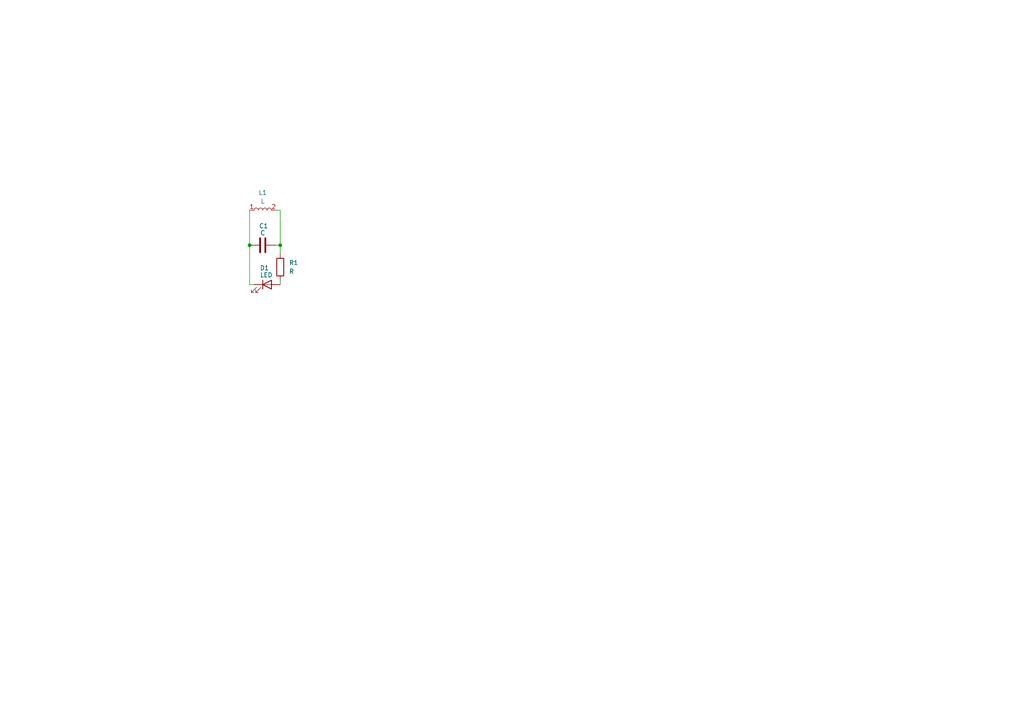
<source format=kicad_sch>
(kicad_sch
	(version 20250114)
	(generator "eeschema")
	(generator_version "9.0")
	(uuid "bcec56eb-8771-4eb1-814f-551b472537c2")
	(paper "A4")
	(title_block
		(title "PCB_Contact_Card")
		(company "TORICA-26th")
	)
	(lib_symbols
		(symbol "Device:C"
			(pin_numbers
				(hide yes)
			)
			(pin_names
				(offset 0.254)
			)
			(exclude_from_sim no)
			(in_bom yes)
			(on_board yes)
			(property "Reference" "C"
				(at 0.635 2.54 0)
				(effects
					(font
						(size 1.27 1.27)
					)
					(justify left)
				)
			)
			(property "Value" "C"
				(at 0.635 -2.54 0)
				(effects
					(font
						(size 1.27 1.27)
					)
					(justify left)
				)
			)
			(property "Footprint" ""
				(at 0.9652 -3.81 0)
				(effects
					(font
						(size 1.27 1.27)
					)
					(hide yes)
				)
			)
			(property "Datasheet" "~"
				(at 0 0 0)
				(effects
					(font
						(size 1.27 1.27)
					)
					(hide yes)
				)
			)
			(property "Description" "Unpolarized capacitor"
				(at 0 0 0)
				(effects
					(font
						(size 1.27 1.27)
					)
					(hide yes)
				)
			)
			(property "ki_keywords" "cap capacitor"
				(at 0 0 0)
				(effects
					(font
						(size 1.27 1.27)
					)
					(hide yes)
				)
			)
			(property "ki_fp_filters" "C_*"
				(at 0 0 0)
				(effects
					(font
						(size 1.27 1.27)
					)
					(hide yes)
				)
			)
			(symbol "C_0_1"
				(polyline
					(pts
						(xy -2.032 0.762) (xy 2.032 0.762)
					)
					(stroke
						(width 0.508)
						(type default)
					)
					(fill
						(type none)
					)
				)
				(polyline
					(pts
						(xy -2.032 -0.762) (xy 2.032 -0.762)
					)
					(stroke
						(width 0.508)
						(type default)
					)
					(fill
						(type none)
					)
				)
			)
			(symbol "C_1_1"
				(pin passive line
					(at 0 3.81 270)
					(length 2.794)
					(name "~"
						(effects
							(font
								(size 1.27 1.27)
							)
						)
					)
					(number "1"
						(effects
							(font
								(size 1.27 1.27)
							)
						)
					)
				)
				(pin passive line
					(at 0 -3.81 90)
					(length 2.794)
					(name "~"
						(effects
							(font
								(size 1.27 1.27)
							)
						)
					)
					(number "2"
						(effects
							(font
								(size 1.27 1.27)
							)
						)
					)
				)
			)
			(embedded_fonts no)
		)
		(symbol "Device:LED"
			(pin_numbers
				(hide yes)
			)
			(pin_names
				(offset 1.016)
				(hide yes)
			)
			(exclude_from_sim no)
			(in_bom yes)
			(on_board yes)
			(property "Reference" "D"
				(at 0 2.54 0)
				(effects
					(font
						(size 1.27 1.27)
					)
				)
			)
			(property "Value" "LED"
				(at 0 -2.54 0)
				(effects
					(font
						(size 1.27 1.27)
					)
				)
			)
			(property "Footprint" ""
				(at 0 0 0)
				(effects
					(font
						(size 1.27 1.27)
					)
					(hide yes)
				)
			)
			(property "Datasheet" "~"
				(at 0 0 0)
				(effects
					(font
						(size 1.27 1.27)
					)
					(hide yes)
				)
			)
			(property "Description" "Light emitting diode"
				(at 0 0 0)
				(effects
					(font
						(size 1.27 1.27)
					)
					(hide yes)
				)
			)
			(property "Sim.Pins" "1=K 2=A"
				(at 0 0 0)
				(effects
					(font
						(size 1.27 1.27)
					)
					(hide yes)
				)
			)
			(property "ki_keywords" "LED diode"
				(at 0 0 0)
				(effects
					(font
						(size 1.27 1.27)
					)
					(hide yes)
				)
			)
			(property "ki_fp_filters" "LED* LED_SMD:* LED_THT:*"
				(at 0 0 0)
				(effects
					(font
						(size 1.27 1.27)
					)
					(hide yes)
				)
			)
			(symbol "LED_0_1"
				(polyline
					(pts
						(xy -3.048 -0.762) (xy -4.572 -2.286) (xy -3.81 -2.286) (xy -4.572 -2.286) (xy -4.572 -1.524)
					)
					(stroke
						(width 0)
						(type default)
					)
					(fill
						(type none)
					)
				)
				(polyline
					(pts
						(xy -1.778 -0.762) (xy -3.302 -2.286) (xy -2.54 -2.286) (xy -3.302 -2.286) (xy -3.302 -1.524)
					)
					(stroke
						(width 0)
						(type default)
					)
					(fill
						(type none)
					)
				)
				(polyline
					(pts
						(xy -1.27 0) (xy 1.27 0)
					)
					(stroke
						(width 0)
						(type default)
					)
					(fill
						(type none)
					)
				)
				(polyline
					(pts
						(xy -1.27 -1.27) (xy -1.27 1.27)
					)
					(stroke
						(width 0.254)
						(type default)
					)
					(fill
						(type none)
					)
				)
				(polyline
					(pts
						(xy 1.27 -1.27) (xy 1.27 1.27) (xy -1.27 0) (xy 1.27 -1.27)
					)
					(stroke
						(width 0.254)
						(type default)
					)
					(fill
						(type none)
					)
				)
			)
			(symbol "LED_1_1"
				(pin passive line
					(at -3.81 0 0)
					(length 2.54)
					(name "K"
						(effects
							(font
								(size 1.27 1.27)
							)
						)
					)
					(number "1"
						(effects
							(font
								(size 1.27 1.27)
							)
						)
					)
				)
				(pin passive line
					(at 3.81 0 180)
					(length 2.54)
					(name "A"
						(effects
							(font
								(size 1.27 1.27)
							)
						)
					)
					(number "2"
						(effects
							(font
								(size 1.27 1.27)
							)
						)
					)
				)
			)
			(embedded_fonts no)
		)
		(symbol "Device:R"
			(pin_numbers
				(hide yes)
			)
			(pin_names
				(offset 0)
			)
			(exclude_from_sim no)
			(in_bom yes)
			(on_board yes)
			(property "Reference" "R"
				(at 2.032 0 90)
				(effects
					(font
						(size 1.27 1.27)
					)
				)
			)
			(property "Value" "R"
				(at 0 0 90)
				(effects
					(font
						(size 1.27 1.27)
					)
				)
			)
			(property "Footprint" ""
				(at -1.778 0 90)
				(effects
					(font
						(size 1.27 1.27)
					)
					(hide yes)
				)
			)
			(property "Datasheet" "~"
				(at 0 0 0)
				(effects
					(font
						(size 1.27 1.27)
					)
					(hide yes)
				)
			)
			(property "Description" "Resistor"
				(at 0 0 0)
				(effects
					(font
						(size 1.27 1.27)
					)
					(hide yes)
				)
			)
			(property "ki_keywords" "R res resistor"
				(at 0 0 0)
				(effects
					(font
						(size 1.27 1.27)
					)
					(hide yes)
				)
			)
			(property "ki_fp_filters" "R_*"
				(at 0 0 0)
				(effects
					(font
						(size 1.27 1.27)
					)
					(hide yes)
				)
			)
			(symbol "R_0_1"
				(rectangle
					(start -1.016 -2.54)
					(end 1.016 2.54)
					(stroke
						(width 0.254)
						(type default)
					)
					(fill
						(type none)
					)
				)
			)
			(symbol "R_1_1"
				(pin passive line
					(at 0 3.81 270)
					(length 1.27)
					(name "~"
						(effects
							(font
								(size 1.27 1.27)
							)
						)
					)
					(number "1"
						(effects
							(font
								(size 1.27 1.27)
							)
						)
					)
				)
				(pin passive line
					(at 0 -3.81 90)
					(length 1.27)
					(name "~"
						(effects
							(font
								(size 1.27 1.27)
							)
						)
					)
					(number "2"
						(effects
							(font
								(size 1.27 1.27)
							)
						)
					)
				)
			)
			(embedded_fonts no)
		)
		(symbol "NFC_COIL_36.7x36.7_3uH:L"
			(pin_names
				(offset 1.016)
				(hide yes)
			)
			(exclude_from_sim no)
			(in_bom yes)
			(on_board yes)
			(property "Reference" "L"
				(at 4.064 2.032 0)
				(effects
					(font
						(size 1.27 1.27)
					)
				)
			)
			(property "Value" "L"
				(at -3.556 2.032 0)
				(effects
					(font
						(size 1.27 1.27)
					)
				)
			)
			(property "Footprint" "lib:NFC_COIL_36.7x36.7_3uH"
				(at 1.524 -7.874 0)
				(effects
					(font
						(size 1.27 1.27)
					)
					(hide yes)
				)
			)
			(property "Datasheet" "~"
				(at 0 0 90)
				(effects
					(font
						(size 1.27 1.27)
					)
					(hide yes)
				)
			)
			(property "Description" "NFC_COIL_36.7x36.7_3uH"
				(at 0.254 -3.302 0)
				(do_not_autoplace)
				(effects
					(font
						(size 1.27 1.27)
					)
					(hide yes)
				)
			)
			(property "ki_keywords" "inductor choke coil reactor magnetic"
				(at 0 0 0)
				(effects
					(font
						(size 1.27 1.27)
					)
					(hide yes)
				)
			)
			(property "ki_fp_filters" "Choke_* *Coil* Inductor_* L_*"
				(at 0 0 0)
				(effects
					(font
						(size 1.27 1.27)
					)
					(hide yes)
				)
			)
			(symbol "L_0_1"
				(arc
					(start -1.27 0)
					(mid -1.905 -0.6323)
					(end -2.54 0)
					(stroke
						(width 0)
						(type default)
					)
					(fill
						(type none)
					)
				)
				(arc
					(start 0 0)
					(mid -0.635 -0.6323)
					(end -1.27 0)
					(stroke
						(width 0)
						(type default)
					)
					(fill
						(type none)
					)
				)
				(arc
					(start 1.27 0)
					(mid 0.635 -0.6323)
					(end 0 0)
					(stroke
						(width 0)
						(type default)
					)
					(fill
						(type none)
					)
				)
				(arc
					(start 2.54 0)
					(mid 1.905 -0.6323)
					(end 1.27 0)
					(stroke
						(width 0)
						(type default)
					)
					(fill
						(type none)
					)
				)
			)
			(symbol "L_1_1"
				(pin passive line
					(at -3.81 0 0)
					(length 1.27)
					(name "2"
						(effects
							(font
								(size 1.27 1.27)
							)
						)
					)
					(number "2"
						(effects
							(font
								(size 1.27 1.27)
							)
						)
					)
				)
				(pin passive line
					(at 3.81 0 180)
					(length 1.27)
					(name "1"
						(effects
							(font
								(size 1.27 1.27)
							)
						)
					)
					(number "1"
						(effects
							(font
								(size 1.27 1.27)
							)
						)
					)
				)
			)
			(embedded_fonts no)
		)
	)
	(junction
		(at 81.28 71.12)
		(diameter 0)
		(color 0 0 0 0)
		(uuid "40aea3b2-3dc8-427d-9de3-12d1d3d6a7cb")
	)
	(junction
		(at 72.39 71.12)
		(diameter 0)
		(color 0 0 0 0)
		(uuid "71287bda-a685-434f-9272-a56c0f07032a")
	)
	(wire
		(pts
			(xy 80.01 71.12) (xy 81.28 71.12)
		)
		(stroke
			(width 0)
			(type default)
		)
		(uuid "12b73f04-9148-4732-954e-fe1e5a7eed0e")
	)
	(wire
		(pts
			(xy 72.39 82.55) (xy 72.39 71.12)
		)
		(stroke
			(width 0)
			(type default)
		)
		(uuid "3e495ec5-c979-4f15-8754-497620bfcbcc")
	)
	(wire
		(pts
			(xy 72.39 82.55) (xy 73.66 82.55)
		)
		(stroke
			(width 0)
			(type default)
		)
		(uuid "7a21638c-10d2-416b-8aac-cfd5efa5663d")
	)
	(wire
		(pts
			(xy 81.28 81.28) (xy 81.28 82.55)
		)
		(stroke
			(width 0)
			(type default)
		)
		(uuid "996759a2-9af0-4485-8302-558d9383f74e")
	)
	(wire
		(pts
			(xy 80.01 60.96) (xy 81.28 60.96)
		)
		(stroke
			(width 0)
			(type default)
		)
		(uuid "a358ff6c-6fcf-4842-a3de-a7c5ba2d8dbc")
	)
	(wire
		(pts
			(xy 81.28 71.12) (xy 81.28 73.66)
		)
		(stroke
			(width 0)
			(type default)
		)
		(uuid "ad9dd32a-345f-4e2d-b767-143eb5977b90")
	)
	(wire
		(pts
			(xy 72.39 60.96) (xy 72.39 71.12)
		)
		(stroke
			(width 0)
			(type default)
		)
		(uuid "bee27be2-c128-46eb-aa96-d43b7b15349f")
	)
	(wire
		(pts
			(xy 81.28 60.96) (xy 81.28 71.12)
		)
		(stroke
			(width 0)
			(type default)
		)
		(uuid "d835611d-5123-4b60-a908-9d731581eb01")
	)
	(symbol
		(lib_id "Device:R")
		(at 81.28 77.47 0)
		(unit 1)
		(exclude_from_sim no)
		(in_bom yes)
		(on_board yes)
		(dnp no)
		(fields_autoplaced yes)
		(uuid "186f364a-2e0d-424f-8c2f-63f391085b37")
		(property "Reference" "R1"
			(at 83.82 76.1999 0)
			(effects
				(font
					(size 1.27 1.27)
				)
				(justify left)
			)
		)
		(property "Value" "R"
			(at 83.82 78.7399 0)
			(effects
				(font
					(size 1.27 1.27)
				)
				(justify left)
			)
		)
		(property "Footprint" "Resistor_SMD:R_0603_1608Metric_Pad0.98x0.95mm_HandSolder"
			(at 79.502 77.47 90)
			(effects
				(font
					(size 1.27 1.27)
				)
				(hide yes)
			)
		)
		(property "Datasheet" "~"
			(at 81.28 77.47 0)
			(effects
				(font
					(size 1.27 1.27)
				)
				(hide yes)
			)
		)
		(property "Description" "Resistor"
			(at 81.28 77.47 0)
			(effects
				(font
					(size 1.27 1.27)
				)
				(hide yes)
			)
		)
		(pin "2"
			(uuid "1ce9e7fc-2c51-43d8-aa35-70de8af26676")
		)
		(pin "1"
			(uuid "9e4c5c36-c5cc-48e9-b71d-71d946ed643f")
		)
		(instances
			(project ""
				(path "/bcec56eb-8771-4eb1-814f-551b472537c2"
					(reference "R1")
					(unit 1)
				)
			)
		)
	)
	(symbol
		(lib_id "Device:LED")
		(at 77.47 82.55 0)
		(unit 1)
		(exclude_from_sim no)
		(in_bom yes)
		(on_board yes)
		(dnp no)
		(uuid "2183668d-1990-47a1-ba13-3f8aa4b7b332")
		(property "Reference" "D1"
			(at 76.708 77.724 0)
			(effects
				(font
					(size 1.27 1.27)
				)
			)
		)
		(property "Value" "LED"
			(at 77.216 79.756 0)
			(effects
				(font
					(size 1.27 1.27)
				)
			)
		)
		(property "Footprint" "LED_SMD:LED_0603_1608Metric_Pad1.05x0.95mm_HandSolder"
			(at 77.724 87.122 0)
			(effects
				(font
					(size 1.27 1.27)
				)
				(hide yes)
			)
		)
		(property "Datasheet" "~"
			(at 77.47 82.55 0)
			(effects
				(font
					(size 1.27 1.27)
				)
				(hide yes)
			)
		)
		(property "Description" "Light emitting diode"
			(at 77.47 82.55 0)
			(effects
				(font
					(size 1.27 1.27)
				)
				(hide yes)
			)
		)
		(property "Sim.Pins" "1=K 2=A"
			(at 77.47 82.55 0)
			(effects
				(font
					(size 1.27 1.27)
				)
				(hide yes)
			)
		)
		(pin "2"
			(uuid "7cc6ec9e-7070-47ff-b708-50af22eeaed5")
		)
		(pin "1"
			(uuid "16aa942d-636b-4f87-877d-102ac72bd065")
		)
		(instances
			(project ""
				(path "/bcec56eb-8771-4eb1-814f-551b472537c2"
					(reference "D1")
					(unit 1)
				)
			)
		)
	)
	(symbol
		(lib_id "Device:C")
		(at 76.2 71.12 90)
		(unit 1)
		(exclude_from_sim no)
		(in_bom yes)
		(on_board yes)
		(dnp no)
		(uuid "97f31231-8ddc-468d-9c2a-164a4fd960b2")
		(property "Reference" "C1"
			(at 76.454 65.532 90)
			(effects
				(font
					(size 1.27 1.27)
				)
			)
		)
		(property "Value" "C"
			(at 76.2 67.564 90)
			(effects
				(font
					(size 1.27 1.27)
				)
			)
		)
		(property "Footprint" "Capacitor_SMD:C_0603_1608Metric_Pad1.08x0.95mm_HandSolder"
			(at 80.01 70.1548 0)
			(effects
				(font
					(size 1.27 1.27)
				)
				(hide yes)
			)
		)
		(property "Datasheet" "~"
			(at 76.2 71.12 0)
			(effects
				(font
					(size 1.27 1.27)
				)
				(hide yes)
			)
		)
		(property "Description" "Unpolarized capacitor"
			(at 76.2 71.12 0)
			(effects
				(font
					(size 1.27 1.27)
				)
				(hide yes)
			)
		)
		(pin "1"
			(uuid "4a6312db-b4b1-4a1d-a984-330b97b33515")
		)
		(pin "2"
			(uuid "14d80ae9-0717-4b22-b5ed-62bedcfeedf9")
		)
		(instances
			(project ""
				(path "/bcec56eb-8771-4eb1-814f-551b472537c2"
					(reference "C1")
					(unit 1)
				)
			)
		)
	)
	(symbol
		(lib_id "NFC_COIL_36.7x36.7_3uH:L")
		(at 76.2 60.96 180)
		(unit 1)
		(exclude_from_sim no)
		(in_bom yes)
		(on_board yes)
		(dnp no)
		(fields_autoplaced yes)
		(uuid "e5205fd5-942f-490d-98fd-be4e417614d6")
		(property "Reference" "L1"
			(at 76.2 55.88 0)
			(effects
				(font
					(size 1.27 1.27)
				)
			)
		)
		(property "Value" "L"
			(at 76.2 58.42 0)
			(effects
				(font
					(size 1.27 1.27)
				)
			)
		)
		(property "Footprint" "lib:NFC_COIL_36.7x36.7_3uH"
			(at 74.676 53.086 0)
			(effects
				(font
					(size 1.27 1.27)
				)
				(hide yes)
			)
		)
		(property "Datasheet" "~"
			(at 76.2 60.96 90)
			(effects
				(font
					(size 1.27 1.27)
				)
				(hide yes)
			)
		)
		(property "Description" "NFC_COIL_36.7x36.7_3uH"
			(at 75.946 57.658 0)
			(do_not_autoplace yes)
			(effects
				(font
					(size 1.27 1.27)
				)
				(hide yes)
			)
		)
		(pin "2"
			(uuid "cfe3ae74-709b-464e-a36d-1014da005282")
		)
		(pin "1"
			(uuid "873bcdaf-9718-4146-b7ab-b5f9a67c2550")
		)
		(instances
			(project ""
				(path "/bcec56eb-8771-4eb1-814f-551b472537c2"
					(reference "L1")
					(unit 1)
				)
			)
		)
	)
	(sheet_instances
		(path "/"
			(page "1")
		)
	)
	(embedded_fonts no)
)

</source>
